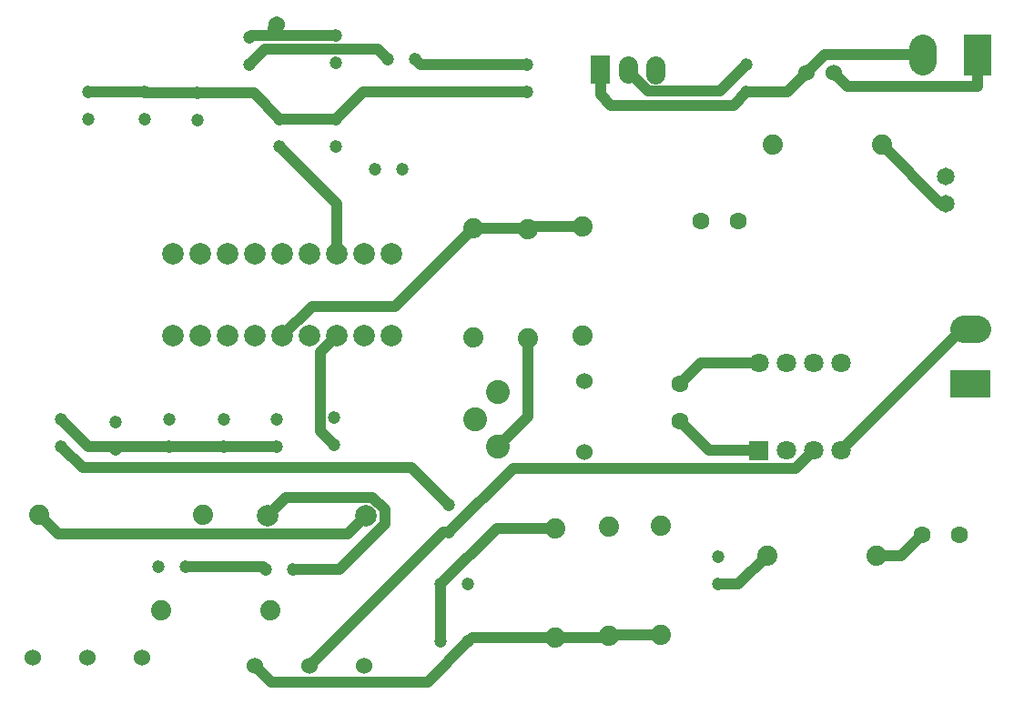
<source format=gtl>
G04 Layer: TopLayer*
G04 EasyEDA v6.5.1, 2022-03-19 16:14:10*
G04 3ebca1db3f2944888bc2407653f8670d,b39d96d8288a45daa3b91a2d81ef2d09,10*
G04 Gerber Generator version 0.2*
G04 Scale: 100 percent, Rotated: No, Reflected: No *
G04 Dimensions in millimeters *
G04 leading zeros omitted , absolute positions ,4 integer and 5 decimal *
%FSLAX45Y45*%
%MOMM*%

%ADD11C,1.0000*%
%ADD12C,1.1938*%
%ADD13C,1.5240*%
%ADD14C,1.6000*%
%ADD15C,2.0000*%
%ADD16C,1.8796*%
%ADD17C,1.6510*%
%ADD19R,3.8100X2.5400*%
%ADD20C,2.2200*%
%ADD22C,1.8000*%
%ADD24C,2.5400*%

%LPD*%
D11*
X5613402Y2768610D02*
G01*
X5613402Y2044710D01*
X5334002Y1765310D01*
X8902702Y4572010D02*
G01*
X9448802Y4025910D01*
X9499602Y4025910D01*
X1066802Y1130310D02*
G01*
X1245161Y951951D01*
X3936443Y951951D01*
X4102102Y1117610D01*
X8851902Y749310D02*
G01*
X9083296Y749310D01*
X9273796Y939810D01*
X7759702Y1726270D02*
G01*
X7293536Y1726270D01*
X7023102Y1996704D01*
X7759702Y2540010D02*
G01*
X7216396Y2540010D01*
X7023102Y2346716D01*
X7835902Y749310D02*
G01*
X7569202Y482610D01*
X7378702Y482610D01*
X8267702Y1726270D02*
G01*
X8103770Y1562338D01*
X5473931Y1562338D01*
X4876802Y965210D01*
X3581402Y-279389D02*
G01*
X4826002Y965210D01*
X4876802Y965210D01*
X5867402Y1003310D02*
G01*
X5321302Y1003310D01*
X4800602Y482610D01*
X4800602Y482610D02*
G01*
X4800602Y-50789D01*
X6284495Y5270992D02*
G01*
X6284495Y5040868D01*
X9283702Y5410210D02*
G01*
X8369302Y5410210D01*
X8204202Y5245110D01*
X8204202Y5245110D02*
G01*
X8026402Y5067310D01*
X7645402Y5067310D01*
X6284495Y5040868D02*
G01*
X6383073Y4942291D01*
X7520383Y4942291D01*
X7645402Y5067310D01*
X3187702Y1117610D02*
G01*
X3362022Y1291930D01*
X4165805Y1291930D01*
X4279089Y1178646D01*
X4279089Y1045982D01*
X3855417Y622310D01*
X3429002Y622310D01*
X3835402Y2794010D02*
G01*
X3681148Y2639755D01*
X3681148Y1906864D01*
X3810002Y1778010D01*
X3835402Y3556010D02*
G01*
X3835402Y4025910D01*
X3302002Y4559310D01*
X3073402Y-279389D02*
G01*
X3220519Y-426506D01*
X4678885Y-426506D01*
X5054602Y-50789D01*
X6845302Y12710D02*
G01*
X6375402Y12710D01*
X6362702Y10D01*
X6362702Y10D02*
G01*
X6350002Y-12689D01*
X5867402Y-12689D01*
X5867402Y-12689D02*
G01*
X5092702Y-12689D01*
X5054602Y-50789D01*
X9791702Y5119583D02*
G01*
X8583729Y5119583D01*
X8458202Y5245110D01*
X9791702Y5410210D02*
G01*
X9791702Y5119583D01*
X8521702Y1726270D02*
G01*
X9652942Y2857510D01*
X9728202Y2857510D01*
X7645402Y5321310D02*
G01*
X7393840Y5069748D01*
X6727700Y5069748D01*
X6538495Y5258953D01*
X6538495Y5270992D01*
X5600702Y5321310D02*
G01*
X4610102Y5321310D01*
X4559302Y5372110D01*
X1270002Y1765310D02*
G01*
X1466598Y1568714D01*
X4527298Y1568714D01*
X4876802Y1219210D01*
X3822702Y5588010D02*
G01*
X3035302Y5588010D01*
X3022602Y5575310D01*
X4305302Y5372110D02*
G01*
X4216402Y5461010D01*
X3162302Y5461010D01*
X3022602Y5321310D01*
X5613402Y3797310D02*
G01*
X5613402Y3784610D01*
X6121402Y3810010D02*
G01*
X5626102Y3810010D01*
X5613402Y3797310D01*
X2425702Y647710D02*
G01*
X3149602Y647710D01*
X3175002Y622310D01*
X3276602Y1765310D02*
G01*
X2781302Y1765310D01*
X2781302Y1765310D02*
G01*
X2273302Y1765310D01*
X2273302Y1765310D02*
G01*
X1857377Y1765310D01*
X1857377Y1765310D02*
G01*
X1803402Y1765310D01*
X1778002Y1739910D01*
X1857377Y1765310D02*
G01*
X1524002Y1765310D01*
X1270002Y2019310D01*
X1524002Y5067310D02*
G01*
X2044702Y5067310D01*
X5600702Y5067310D02*
G01*
X4076702Y5067310D01*
X3822702Y4813310D01*
X3822702Y4813310D02*
G01*
X3302002Y4813310D01*
X3302002Y4813310D02*
G01*
X3060702Y5054610D01*
X2540002Y5054610D01*
X2540002Y5054610D02*
G01*
X2057402Y5054610D01*
X2044702Y5067310D01*
X5613402Y3797310D02*
G01*
X5105402Y3797310D01*
X5105402Y3797310D02*
G01*
X4375736Y3067644D01*
X3601036Y3067644D01*
X3327402Y2794010D01*
X3244093Y5588012D02*
G01*
X3244093Y5657093D01*
X3276600Y5689600D01*
X3276600Y5715000D01*
D12*
G01*
X1524000Y4813300D03*
G01*
X1524000Y5067300D03*
G01*
X2044700Y4813300D03*
G01*
X2044700Y5067300D03*
G01*
X2540000Y4800600D03*
G01*
X2540000Y5054600D03*
G01*
X3022600Y5321300D03*
G01*
X3022600Y5575300D03*
G01*
X3822700Y5334000D03*
G01*
X3822700Y5588000D03*
G01*
X4305300Y5372100D03*
G01*
X4559300Y5372100D03*
G01*
X3302000Y4559300D03*
G01*
X3302000Y4813300D03*
G01*
X3822700Y4559300D03*
G01*
X3822700Y4813300D03*
G01*
X4191000Y4343400D03*
G01*
X4445000Y4343400D03*
G01*
X1270000Y1765300D03*
G01*
X1270000Y2019300D03*
G01*
X1778000Y1739900D03*
G01*
X1778000Y1993900D03*
G01*
X2273300Y1765300D03*
G01*
X2273300Y2019300D03*
G01*
X2781300Y1765300D03*
G01*
X2781300Y2019300D03*
G01*
X3276600Y1765300D03*
G01*
X3276600Y2019300D03*
G01*
X3810000Y1778000D03*
G01*
X3810000Y2032000D03*
G01*
X3429000Y622300D03*
G01*
X3175000Y622300D03*
G01*
X5600700Y5067300D03*
G01*
X5600700Y5321300D03*
G01*
X7645400Y5067300D03*
G01*
X7645400Y5321300D03*
G01*
X2171700Y647700D03*
G01*
X2425700Y647700D03*
G01*
X4800600Y-50800D03*
G01*
X5054600Y-50800D03*
G01*
X4800600Y482600D03*
G01*
X5054600Y482600D03*
G01*
X4876800Y965200D03*
G01*
X4876800Y1219200D03*
G01*
X7378700Y482600D03*
G01*
X7378700Y736600D03*
D13*
G01*
X8204200Y5245100D03*
G01*
X8458200Y5245100D03*
D14*
G01*
X7023100Y2346705D03*
G01*
X7023100Y1996694D03*
G01*
X7566406Y3860800D03*
G01*
X7216393Y3860800D03*
G01*
X9623806Y939800D03*
G01*
X9273793Y939800D03*
D13*
G01*
X6134100Y1714500D03*
G01*
X6134100Y2374900D03*
D15*
G01*
X3187700Y1117600D03*
G01*
X4102100Y1117600D03*
D16*
G01*
X1066800Y1130300D03*
G01*
X2590800Y1130300D03*
D17*
G01*
X9499600Y4279900D03*
G01*
X9499600Y4025900D03*
G36*
X9664700Y5600700D02*
G01*
X9918700Y5600700D01*
X9918700Y5219700D01*
X9664700Y5219700D01*
G37*
D19*
G01*
X9728200Y2349500D03*
D20*
G01*
X5334000Y2273300D03*
G01*
X5118100Y2019300D03*
G01*
X5334000Y1765300D03*
D16*
G01*
X5105400Y2781300D03*
G01*
X5105400Y3797300D03*
G01*
X5613400Y2768600D03*
G01*
X5613400Y3784600D03*
G01*
X6121400Y2794000D03*
G01*
X6121400Y3810000D03*
G01*
X6362700Y0D03*
G01*
X6362700Y1016000D03*
G01*
X6845300Y12700D03*
G01*
X6845300Y1028700D03*
G01*
X3213100Y241300D03*
G01*
X2197100Y241300D03*
G01*
X5867400Y1003300D03*
G01*
X5867400Y-12700D03*
G01*
X7835900Y749300D03*
G01*
X8851900Y749300D03*
G01*
X7886700Y4572000D03*
G01*
X8902700Y4572000D03*
D13*
G01*
X1003300Y-203200D03*
G01*
X1511300Y-203200D03*
G01*
X2019300Y-203200D03*
G01*
X3073400Y-279400D03*
G01*
X3581400Y-279400D03*
G01*
X4089400Y-279400D03*
D15*
G01*
X2311400Y2794000D03*
G01*
X2565400Y2794000D03*
G01*
X2819400Y2794000D03*
G01*
X3073400Y2794000D03*
G01*
X3327400Y2794000D03*
G01*
X3581400Y2794000D03*
G01*
X3835400Y2794000D03*
G01*
X4089400Y2794000D03*
G01*
X4343400Y2794000D03*
G01*
X4343400Y3556000D03*
G01*
X4089400Y3556000D03*
G01*
X3835400Y3556000D03*
G01*
X3581400Y3556000D03*
G01*
X3327400Y3556000D03*
G01*
X3073400Y3556000D03*
G01*
X2819400Y3556000D03*
G01*
X2565400Y3556000D03*
G01*
X2311400Y3556000D03*
G36*
X7669700Y1816262D02*
G01*
X7849699Y1816262D01*
X7849699Y1636262D01*
X7669700Y1636262D01*
G37*
D22*
G01*
X8013700Y1726260D03*
G01*
X8267700Y1726260D03*
G01*
X8521700Y1726260D03*
G01*
X8521700Y2540000D03*
G01*
X8267700Y2540000D03*
G01*
X8013700Y2540000D03*
G01*
X7759700Y2540000D03*
G36*
X6194498Y5401000D02*
G01*
X6374498Y5401000D01*
X6374498Y5141000D01*
X6194498Y5141000D01*
G37*
D13*
G01*
X3276600Y5689600D03*
D24*
X9283700Y5473700D02*
G01*
X9283700Y5346700D01*
X9791700Y2857500D02*
G01*
X9664700Y2857500D01*
D22*
X6538493Y5311007D02*
G01*
X6538493Y5231008D01*
X6796506Y5310017D02*
G01*
X6796506Y5230017D01*
M02*

</source>
